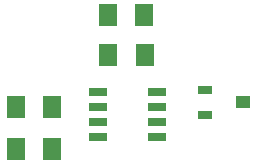
<source format=gtp>
G04*
G04 #@! TF.GenerationSoftware,Altium Limited,Altium Designer,18.0.12 (696)*
G04*
G04 Layer_Color=8421504*
%FSLAX25Y25*%
%MOIN*%
G70*
G01*
G75*
%ADD12R,0.06299X0.07480*%
%ADD13R,0.05925X0.03158*%
%ADD14R,0.04724X0.03937*%
%ADD15R,0.04724X0.02756*%
D12*
X175594Y154394D02*
D03*
X187799D02*
D03*
X157000Y137000D02*
D03*
X144795D02*
D03*
X187705Y167500D02*
D03*
X175500D02*
D03*
X157000Y123000D02*
D03*
X144795D02*
D03*
D13*
X192000Y127000D02*
D03*
Y132000D02*
D03*
Y137000D02*
D03*
Y142000D02*
D03*
X172335D02*
D03*
Y137000D02*
D03*
Y132000D02*
D03*
Y127000D02*
D03*
D14*
X220500Y138500D02*
D03*
D15*
X207902Y142634D02*
D03*
Y134366D02*
D03*
M02*

</source>
